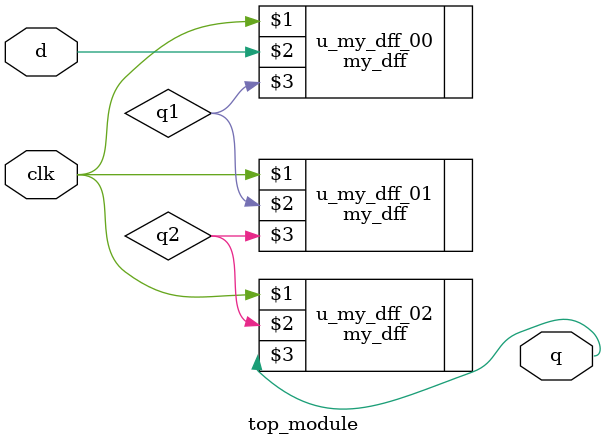
<source format=v>
module top_module (
    input  clk,
    input  d,
    output q
    );

    wire q1, q2;
    my_dff u_my_dff_00 (
        clk,
        d,
        q1
    );
    my_dff u_my_dff_01 (
        clk,
        q1,
        q2
    );
    my_dff u_my_dff_02 (
        clk,
        q2,
        q
    );

endmodule

</source>
